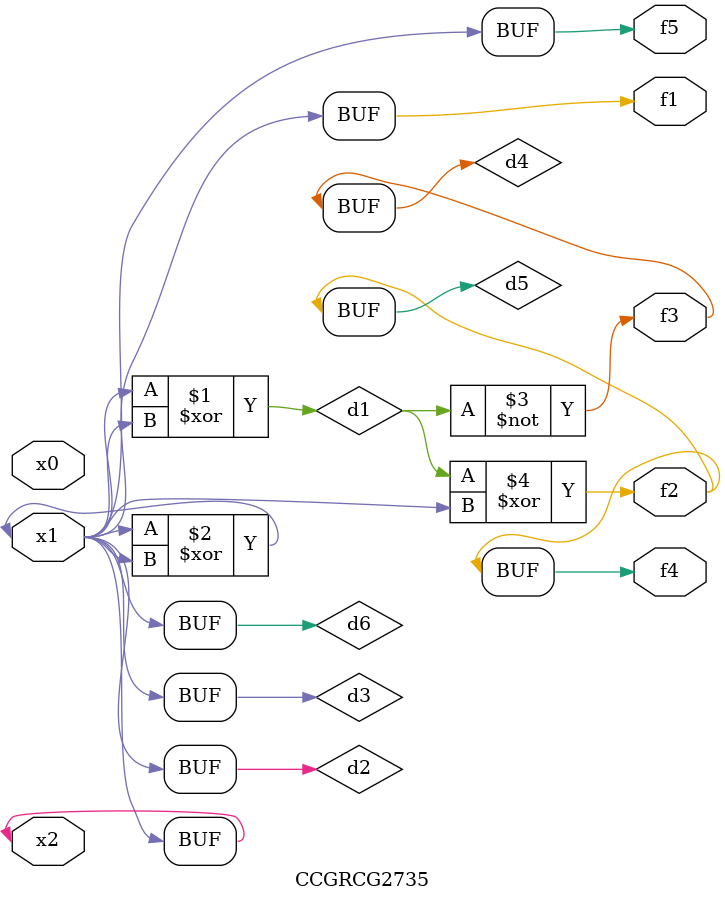
<source format=v>
module CCGRCG2735(
	input x0, x1, x2,
	output f1, f2, f3, f4, f5
);

	wire d1, d2, d3, d4, d5, d6;

	xor (d1, x1, x2);
	buf (d2, x1, x2);
	xor (d3, x1, x2);
	nor (d4, d1);
	xor (d5, d1, d2);
	buf (d6, d2, d3);
	assign f1 = d6;
	assign f2 = d5;
	assign f3 = d4;
	assign f4 = d5;
	assign f5 = d6;
endmodule

</source>
